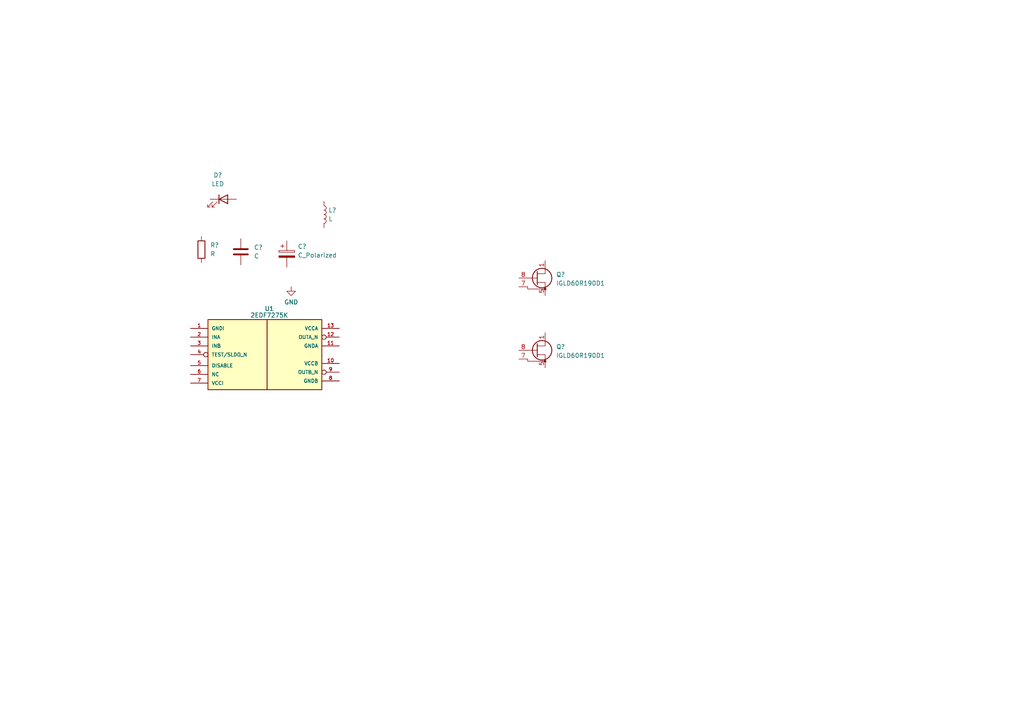
<source format=kicad_sch>
(kicad_sch (version 20211123) (generator eeschema)
  (paper "A4")
  (lib_symbols
    (symbol "2EDF7275K:2EDF7275K" (pin_names (offset 1.016))
      (property "Reference" "U1" (at 17.78 1.27 0))
      (property "Value" "2EDF7275K" (at 17.78 -0.635 0))
      (symbol "2EDF7275K_0_0"
        (rectangle (start 0 -1.905) (end 33.02 -22.225) (stroke (width 0.254)) (fill (type background)))
        (polyline (pts (xy 17.145 -1.905) (xy 17.145 -22.225)) (stroke (width 0.254)))
        (pin power_in line (at -5.08 -4.445 0) (length 5.08) (name "GNDI") (number "1"))
        (pin power_in line (at 38.1 -14.605 180) (length 5.08) (name "VCCB") (number "10"))
        (pin power_in line (at 38.1 -9.525 180) (length 5.08) (name "GNDA") (number "11"))
        (pin output inverted (at 38.1 -6.985 180) (length 5.08) (name "OUTA_N") (number "12"))
        (pin power_in line (at 38.1 -4.445 180) (length 5.08) (name "VCCA") (number "13"))
        (pin input line (at -5.08 -6.985 0) (length 5.08) (name "INA") (number "2"))
        (pin input line (at -5.08 -9.525 0) (length 5.08) (name "INB") (number "3"))
        (pin input inverted (at -5.08 -12.065 0) (length 5.08) (name "TEST/SLDO_N") (number "4"))
        (pin input line (at -5.08 -15.24 0) (length 5.08) (name "DISABLE") (number "5"))
        (pin passive line (at -5.08 -17.78 0) (length 5.08) (name "NC") (number "6"))
        (pin power_in line (at -5.08 -20.32 0) (length 5.08) (name "VCCI") (number "7"))
        (pin power_in line (at 38.1 -19.685 180) (length 5.08) (name "GNDB") (number "8"))
        (pin output inverted (at 38.1 -17.145 180) (length 5.08) (name "OUTB_N") (number "9"))
      )
    )
    (symbol "Device:C" (pin_numbers hide) (pin_names (offset 0.254))
      (property "Reference" "C" (at 0.635 2.54 0))
      (property "Value" "C" (at 0.635 -2.54 0))
      (symbol "C_0_1"
        (polyline (pts (xy -2.032 -0.762) (xy 2.032 -0.762)) (stroke (width 0.508)))
        (polyline (pts (xy -2.032 0.762) (xy 2.032 0.762)) (stroke (width 0.508)))
      )
      (symbol "C_1_1"
        (pin passive line (at 0 3.81 270) (length 2.794) (name "~") (number "1"))
        (pin passive line (at 0 -3.81 90) (length 2.794) (name "~") (number "2"))
      )
    )
    (symbol "Device:C_Polarized" (pin_numbers hide) (pin_names (offset 0.254))
      (property "Reference" "C" (at 0.635 2.54 0))
      (property "Value" "C_Polarized" (at 0.635 -2.54 0))
      (symbol "C_Polarized_0_1"
        (rectangle (start -2.286 0.508) (end 2.286 1.016))
        (polyline (pts (xy -1.778 2.286) (xy -0.762 2.286)))
        (polyline (pts (xy -1.27 2.794) (xy -1.27 1.778)))
        (rectangle (start 2.286 -0.508) (end -2.286 -1.016) (fill (type outline)))
      )
      (symbol "C_Polarized_1_1"
        (pin passive line (at 0 3.81 270) (length 2.794) (name "~") (number "1"))
        (pin passive line (at 0 -3.81 90) (length 2.794) (name "~") (number "2"))
      )
    )
    (symbol "Device:L" (pin_numbers hide) (pin_names (offset 1.016) hide)
      (property "Reference" "L" (at -1.27 0 90))
      (property "Value" "L" (at 1.905 0 90))
      (symbol "L_0_1"
        (arc (start 0 -2.54) (mid 0.635 -1.905) (end 0 -1.27))
        (arc (start 0 -1.27) (mid 0.635 -0.635) (end 0 0))
        (arc (start 0 0) (mid 0.635 0.635) (end 0 1.27))
        (arc (start 0 1.27) (mid 0.635 1.905) (end 0 2.54))
      )
      (symbol "L_1_1"
        (pin passive line (at 0 3.81 270) (length 1.27) (name "1") (number "1"))
        (pin passive line (at 0 -3.81 90) (length 1.27) (name "2") (number "2"))
      )
    )
    (symbol "Device:LED" (pin_numbers hide) (pin_names (offset 1.016) hide)
      (property "Reference" "D" (at 0 2.54 0))
      (property "Value" "LED" (at 0 -2.54 0))
      (symbol "LED_0_1"
        (polyline (pts (xy -1.27 -1.27) (xy -1.27 1.27)) (stroke (width 0.254)))
        (polyline (pts (xy -1.27 0) (xy 1.27 0)))
        (polyline (pts (xy 1.27 -1.27) (xy 1.27 1.27) (xy -1.27 0) (xy 1.27 -1.27)) (stroke (width 0.254)))
        (polyline (pts (xy -3.048 -0.762) (xy -4.572 -2.286) (xy -3.81 -2.286) (xy -4.572 -2.286) (xy -4.572 -1.524)))
        (polyline (pts (xy -1.778 -0.762) (xy -3.302 -2.286) (xy -2.54 -2.286) (xy -3.302 -2.286) (xy -3.302 -1.524)))
      )
      (symbol "LED_1_1"
        (pin passive line (at -3.81 0 0) (length 2.54) (name "K") (number "1"))
        (pin passive line (at 3.81 0 180) (length 2.54) (name "A") (number "2"))
      )
    )
    (symbol "Device:R" (pin_numbers hide) (pin_names (offset 0))
      (property "Reference" "R" (at 2.032 0 90))
      (property "Value" "R" (at 0 0 90))
      (symbol "R_0_1"
        (rectangle (start -1.016 -2.54) (end 1.016 2.54) (stroke (width 0.254)))
      )
      (symbol "R_1_1"
        (pin passive line (at 0 3.81 270) (length 1.27) (name "~") (number "1"))
        (pin passive line (at 0 -3.81 90) (length 1.27) (name "~") (number "2"))
      )
    )
    (symbol "Transistor_FET:IGLD60R190D1" (pin_names (offset 0) hide)
      (property "Reference" "Q" (at 5.08 1.905 0))
      (property "Value" "IGLD60R190D1" (at 5.08 0 0))
      (symbol "IGLD60R190D1_0_1"
        (polyline (pts (xy -2.54 0) (xy 0.254 0)))
        (polyline (pts (xy -2.54 -2.54) (xy -2.54 -3.175) (xy 2.54 -3.175)))
        (polyline (pts (xy 0.254 -1.27) (xy 2.54 -1.27) (xy 2.54 -2.54)))
        (polyline (pts (xy 0.254 1.905) (xy 0.254 -1.905) (xy 0.254 -1.905)) (stroke (width 0.254)))
        (polyline (pts (xy 2.54 2.54) (xy 2.54 1.27) (xy 0.254 1.27)))
        (circle (center 1.651 0) (radius 2.8194) (stroke (width 0.254)))
        (circle (center 2.54 -3.175) (radius 0.2794) (fill (type outline)))
      )
      (symbol "IGLD60R190D1_1_1"
        (pin passive line (at 2.54 5.08 270) (length 2.54) (name "D") (number "1"))
        (pin passive line (at 2.54 5.08 270) (length 2.54) hide (name "D") (number "2"))
        (pin passive line (at 2.54 5.08 270) (length 2.54) hide (name "D") (number "3"))
        (pin passive line (at 2.54 5.08 270) (length 2.54) hide (name "D") (number "4"))
        (pin passive line (at 2.54 -5.08 90) (length 2.54) (name "S") (number "5"))
        (pin passive line (at 2.54 -5.08 90) (length 2.54) hide (name "S") (number "6"))
        (pin passive line (at -5.08 -2.54 0) (length 2.54) (name "SS") (number "7"))
        (pin input line (at -5.08 0 0) (length 2.54) (name "G") (number "8"))
        (pin passive line (at 2.54 -5.08 90) (length 2.54) hide (name "S") (number "9"))
      )
    )
    (symbol "power:GND" (power) (pin_names (offset 0))
      (property "Value" "GND" (at 0 -3.81 0))
      (symbol "GND_0_1"
        (polyline (pts (xy 0 0) (xy 0 -1.27) (xy 1.27 -1.27) (xy 0 -2.54) (xy -1.27 -1.27) (xy 0 -1.27)))
      )
      (symbol "GND_1_1"
        (pin power_in line (at 0 0 270) (length 0) hide (name "GND") (number "1"))
      )
    )
  )
  (symbol (lib_id "Device:C_Polarized") (at 83.185 73.66 0) (unit 1)
    (property "Reference" "C?" (at 86.36 71.5009 0) (effects (justify left)))
    (property "Value" "C_Polarized" (at 86.36 74.0409 0) (effects (justify left)))
  )
  (symbol (lib_id "Device:R") (at 58.42 72.39 0) (unit 1)
    (property "Reference" "R?" (at 60.96 71.1199 0) (effects (justify left)))
    (property "Value" "R" (at 60.96 73.6599 0) (effects (justify left)))
  )
  (symbol (lib_id "Transistor_FET:IGLD60R190D1") (at 155.575 80.645 0) (unit 1)
    (property "Reference" "Q?" (at 161.29 79.6289 0) (effects (justify left)))
    (property "Value" "IGLD60R190D1" (at 161.29 82.1689 0) (effects (justify left)))
    (property "Footprint" "Package_SON:Infineon_PG-LSON-8-1" (effects hide))
    (property "Datasheet" "https://www.infineon.com/dgdl/Infineon-IGLD60R190D1-DataSheet-v02_00-EN.pdf?fileId=5546d46269e1c019016a6d78ff5e2aba" (effects hide))
  )
  (symbol (lib_id "Device:LED") (at 64.77 57.785 0) (unit 1)
    (property "Reference" "D?" (at 63.1825 50.8 0))
    (property "Value" "LED" (at 63.1825 53.34 0))
  )
  (symbol (lib_id "power:GND") (at 84.455 83.185 0) (unit 1)
    (property "Reference" "#PWR?" (effects hide))
    (property "Value" "GND" (at 84.455 87.63 0))
  )
  (symbol (lib_id "2EDF7275K:2EDF7275K") (at 60.325 90.805 0) (unit 1)
    (property "Reference" "U1" (at 78.105 89.535 0))
    (property "Value" "2EDF7275K" (at 78.105 91.44 0))
    (property "Footprint" "TFLGA65P500X500X106-14_13N-V" (effects hide))
  )
  (symbol (lib_id "Transistor_FET:IGLD60R190D1") (at 155.575 101.6 0) (unit 1)
    (property "Reference" "Q?" (at 161.29 100.5839 0) (effects (justify left)))
    (property "Value" "IGLD60R190D1" (at 161.29 103.1239 0) (effects (justify left)))
    (property "Footprint" "Package_SON:Infineon_PG-LSON-8-1" (effects hide))
    (property "Datasheet" "https://www.infineon.com/dgdl/Infineon-IGLD60R190D1-DataSheet-v02_00-EN.pdf?fileId=5546d46269e1c019016a6d78ff5e2aba" (effects hide))
  )
  (symbol (lib_id "Device:L") (at 93.98 62.23 0) (unit 1)
    (property "Reference" "L?" (at 95.25 60.9599 0) (effects (justify left)))
    (property "Value" "L" (at 95.25 63.4999 0) (effects (justify left)))
  )
  (symbol (lib_id "Device:C") (at 69.85 73.025 0) (unit 1)
    (property "Reference" "C?" (at 73.66 71.7549 0) (effects (justify left)))
    (property "Value" "C" (at 73.66 74.2949 0) (effects (justify left)))
  )
)
</source>
